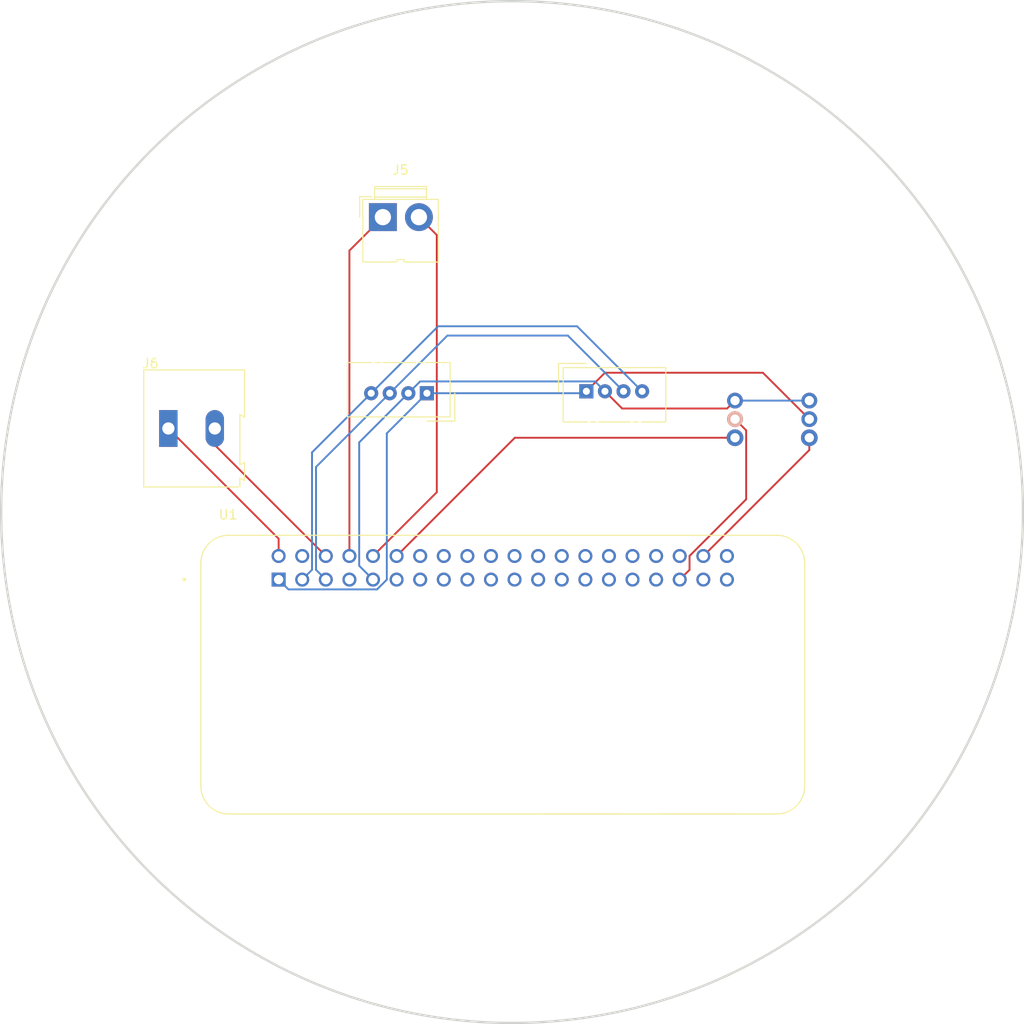
<source format=kicad_pcb>
(kicad_pcb (version 20241229) (generator "pcbnew") (generator_version "9.0")
  (layers (0 "F.Cu" signal) (2 "B.Cu" signal) (13 "F.Paste" user) (15 "B.Paste" user) (5 "F.SilkS" user "F.Silkscreen") (7 "B.SilkS" user "B.Silkscreen") (1 "F.Mask" user) (3 "B.Mask" user) (25 "Edge.Cuts" user))
  (net 0 "")
  (net 1 "Net-(J1-Pin_1)")
  (net 2 "Net-(J1-Pin_3)")
  (net 3 "Net-(J1-Pin_2)")
  (net 4 "Net-(J1-Pin_4)")
  (net 5 "Net-(J5-Pin_2)")
  (net 6 "Net-(J5-Pin_1)")
  (net 7 "Net-(J6-Pin_2)")
  (net 8 "Net-(J6-Pin_1)")
  (net 37 "Net-(J7-Pin_2)")
  (net 38 "Net-(J7-Pin_3)")
  (net 39 "Net-(J7-Pin_6)")
  (footprint "Connector:NS-Tech_Grove_1x04_P2mm_Vertical" (layer "F.Cu") (at 157 89 90)
    (property "Reference" "J1" (hide yes))
    (property "Value" "Conn_01x04_Socket")
    (fp_line (start 3 -3) (end 3 0) (stroke (width 0.12)) (layer "F.SilkS"))
    (fp_line (start 0 -3) (end 3 -3) (stroke (width 0.12)) (layer "F.SilkS"))
    (fp_line (start 2.55 -2.5) (end 2.55 8.55) (stroke (width 0.12)) (layer "F.SilkS"))
    (fp_line (start -3.3 -2.5) (end 2.55 -2.5) (stroke (width 0.12)) (layer "F.SilkS"))
    (fp_line (start -3.3 -2.5) (end -3.3 0.15) (stroke (width 0.12)) (layer "F.SilkS"))
    (fp_line (start -3.3 0.4) (end -3.3 1) (stroke (width 0.12)) (layer "F.SilkS"))
    (fp_line (start -3.3 1.25) (end -3.3 4.75) (stroke (width 0.12)) (layer "F.SilkS"))
    (fp_line (start -3.3 5) (end -3.3 5.6) (stroke (width 0.12)) (layer "F.SilkS"))
    (fp_line (start -3.3 5.9) (end -3.3 8.55) (stroke (width 0.12)) (layer "F.SilkS"))
    (fp_line (start -3.3 8.55) (end 2.55 8.55) (stroke (width 0.12)) (layer "F.SilkS"))
    (pad "1" thru_hole rect (at 0 0 90) (size 1.524 1.524) (drill 0.762) (layers "*.Cu" "*.Mask") (net 1 "Net-(J1-Pin_1)"))
    (pad "2" thru_hole circle (at 0 2 90) (size 1.524 1.524) (drill 0.762) (layers "*.Cu" "*.Mask") (net 3 "Net-(J1-Pin_2)"))
    (pad "3" thru_hole circle (at 0 4 90) (size 1.524 1.524) (drill 0.762) (layers "*.Cu" "*.Mask") (net 2 "Net-(J1-Pin_3)"))
    (pad "4" thru_hole circle (at 0 6 90) (size 1.524 1.524) (drill 0.762) (layers "*.Cu" "*.Mask") (net 4 "Net-(J1-Pin_4)"))
  )
  (footprint "Connector:JWT_A3963_1x02_P3.96mm_Vertical" (layer "F.Cu") (at 135.0925 70.25)
    (property "Reference" "J5" (at 1.91 -5.08 0) (layer "F.SilkS"))
    (property "Value" "Conn_01x02_Socket")
    (fp_line (start -2.5 -2.2) (end -2.5 0) (stroke (width 0.12)) (layer "F.SilkS"))
    (fp_line (start -2.16 -1.91) (end -2.16 0) (stroke (width 0.12)) (layer "F.SilkS"))
    (fp_line (start -2.16 -1.91) (end 5.97 -1.91) (stroke (width 0.12)) (layer "F.SilkS"))
    (fp_line (start -2.16 0) (end -2.16 4.83) (stroke (width 0.12)) (layer "F.SilkS"))
    (fp_line (start -1.2 -2.2) (end -2.5 -2.2) (stroke (width 0.12)) (layer "F.SilkS"))
    (fp_line (start -0.89 -3.3) (end 4.7 -3.3) (stroke (width 0.12)) (layer "F.SilkS"))
    (fp_line (start -0.89 -3.05) (end 4.7 -3.05) (stroke (width 0.12)) (layer "F.SilkS"))
    (fp_line (start -0.89 -2.16) (end 4.7 -2.16) (stroke (width 0.12)) (layer "F.SilkS"))
    (fp_line (start -0.89 -1.91) (end -0.89 -3.3) (stroke (width 0.12)) (layer "F.SilkS"))
    (fp_line (start 1.52 4.57) (end 2.29 4.57) (stroke (width 0.12)) (layer "F.SilkS"))
    (fp_line (start 1.52 4.83) (end -2.16 4.83) (stroke (width 0.12)) (layer "F.SilkS"))
    (fp_line (start 1.52 4.83) (end 1.52 4.57) (stroke (width 0.12)) (layer "F.SilkS"))
    (fp_line (start 2.29 4.57) (end 2.29 4.83) (stroke (width 0.12)) (layer "F.SilkS"))
    (fp_line (start 2.29 4.83) (end 5.97 4.83) (stroke (width 0.12)) (layer "F.SilkS"))
    (fp_line (start 4.7 -1.91) (end 4.7 -3.3) (stroke (width 0.12)) (layer "F.SilkS"))
    (fp_line (start 5.97 -1.91) (end 5.97 0) (stroke (width 0.12)) (layer "F.SilkS"))
    (fp_line (start 5.97 4.83) (end 5.97 0) (stroke (width 0.12)) (layer "F.SilkS"))
    (pad "1" thru_hole rect (at 0 0) (size 3 3) (drill 1.75) (layers "*.Cu" "*.Mask") (net 6 "Net-(J5-Pin_1)"))
    (pad "2" thru_hole circle (at 3.88 0) (size 3 3) (drill 1.75) (layers "*.Cu" "*.Mask") (net 5 "Net-(J5-Pin_2)"))
  )
  (footprint "pins:through hole 3-3" (layer "F.Cu") (at 162 77)
    (property "Reference" "J7" (hide yes))
    (property "Value" "Conn_01x06_Pin" (hide yes))
    (pad "1" thru_hole circle (at 11 13) (size 1.7 1.7) (drill 1) (layers "*.Cu" "*.Mask") (net 3 "Net-(J1-Pin_2)"))
    (pad "2" thru_hole circle (at 11 15) (size 1.7 1.7) (drill 1) (layers "*.Cu" "*.Mask" "B.SilkS") (net 37 "Net-(J7-Pin_2)"))
    (pad "3" thru_hole circle (at 11 17) (size 1.8 1.8) (drill 1) (layers "*.Cu" "*.Mask") (net 38 "Net-(J7-Pin_3)"))
    (pad "4" thru_hole circle (at 19 13) (size 1.7 1.7) (drill 1) (layers "*.Cu" "*.Mask") (net 3 "Net-(J1-Pin_2)"))
    (pad "5" thru_hole circle (at 19 15) (size 1.7 1.7) (drill 1) (layers "*.Cu" "B.Mask" "B.Paste") (net 1 "Net-(J1-Pin_1)"))
    (pad "6" thru_hole circle (at 19 17) (size 1.8 1.8) (drill 1) (layers "*.Cu" "*.Mask") (net 39 "Net-(J7-Pin_6)"))
  )
  (footprint "TerminalBlock:TerminalBlock_Altech_AK300-2_P5.00mm" (layer "F.Cu") (at 112 93)
    (property "Reference" "J6" (at -1.92 -6.99 0) (layer "F.SilkS"))
    (property "Value" "Screw_Terminal_01x02")
    (fp_line (start -2.65 -6.3) (end -2.65 6.3) (stroke (width 0.12)) (layer "F.SilkS"))
    (fp_line (start -2.65 6.3) (end 7.7 6.3) (stroke (width 0.12)) (layer "F.SilkS"))
    (fp_line (start 7.7 -1.5) (end 8.2 -1.2) (stroke (width 0.12)) (layer "F.SilkS"))
    (fp_line (start 7.7 3.9) (end 7.7 -1.5) (stroke (width 0.12)) (layer "F.SilkS"))
    (fp_line (start 7.7 5.35) (end 8.2 5.6) (stroke (width 0.12)) (layer "F.SilkS"))
    (fp_line (start 7.7 6.3) (end 7.7 5.35) (stroke (width 0.12)) (layer "F.SilkS"))
    (fp_line (start 8.2 -6.3) (end -2.65 -6.3) (stroke (width 0.12)) (layer "F.SilkS"))
    (fp_line (start 8.2 -1.2) (end 8.2 -6.3) (stroke (width 0.12)) (layer "F.SilkS"))
    (fp_line (start 8.2 3.65) (end 7.7 3.9) (stroke (width 0.12)) (layer "F.SilkS"))
    (fp_line (start 8.2 3.7) (end 8.2 3.65) (stroke (width 0.12)) (layer "F.SilkS"))
    (fp_line (start 8.2 5.6) (end 8.2 3.7) (stroke (width 0.12)) (layer "F.SilkS"))
    (pad "1" thru_hole rect (at 0 0) (size 1.98 3.96) (drill 1.32) (layers "*.Cu" "*.Mask") (net 8 "Net-(J6-Pin_1)"))
    (pad "2" thru_hole oval (at 5 0) (size 1.98 3.96) (drill 1.32) (layers "*.Cu" "*.Mask") (net 7 "Net-(J6-Pin_2)"))
  )
  (footprint "Connector:NS-Tech_Grove_1x04_P2mm_Vertical" (layer "F.Cu") (at 139.8325 89.2075 -90)
    (property "Reference" "J2" (hide yes))
    (property "Value" "Conn_01x04_Socket")
    (fp_line (start -3.3 8.55) (end 2.55 8.55) (stroke (width 0.12)) (layer "F.SilkS"))
    (fp_line (start -3.3 5.9) (end -3.3 8.55) (stroke (width 0.12)) (layer "F.SilkS"))
    (fp_line (start -3.3 5) (end -3.3 5.6) (stroke (width 0.12)) (layer "F.SilkS"))
    (fp_line (start -3.3 1.25) (end -3.3 4.75) (stroke (width 0.12)) (layer "F.SilkS"))
    (fp_line (start -3.3 0.4) (end -3.3 1) (stroke (width 0.12)) (layer "F.SilkS"))
    (fp_line (start -3.3 -2.5) (end -3.3 0.15) (stroke (width 0.12)) (layer "F.SilkS"))
    (fp_line (start -3.3 -2.5) (end 2.55 -2.5) (stroke (width 0.12)) (layer "F.SilkS"))
    (fp_line (start 2.55 -2.5) (end 2.55 8.55) (stroke (width 0.12)) (layer "F.SilkS"))
    (fp_line (start 0 -3) (end 3 -3) (stroke (width 0.12)) (layer "F.SilkS"))
    (fp_line (start 3 -3) (end 3 0) (stroke (width 0.12)) (layer "F.SilkS"))
    (pad "1" thru_hole rect (at 0 0 270) (size 1.524 1.524) (drill 0.762) (layers "*.Cu" "*.Mask") (net 1 "Net-(J1-Pin_1)"))
    (pad "2" thru_hole circle (at 0 2 270) (size 1.524 1.524) (drill 0.762) (layers "*.Cu" "*.Mask") (net 3 "Net-(J1-Pin_2)"))
    (pad "3" thru_hole circle (at 0 4 270) (size 1.524 1.524) (drill 0.762) (layers "*.Cu" "*.Mask") (net 2 "Net-(J1-Pin_3)"))
    (pad "4" thru_hole circle (at 0 6 270) (size 1.524 1.524) (drill 0.762) (layers "*.Cu" "*.Mask") (net 4 "Net-(J1-Pin_4)"))
  )
  (footprint "RASPBERRY_PI_ZERO_2_W:MODULE_RASPBERRY_PI_ZERO_2_W" (layer "F.Cu") (at 148 119.5)
    (property "Reference" "U1" (at -29.569 -17.2162 0) (layer "F.SilkS") (effects (font (size 1.00189 1.00189))))
    (property "Value" "RASPBERRY_PI_ZERO_2_W")
    (fp_line (start -32.5 -12) (end -32.5 12) (stroke (width 0.127)) (layer "F.SilkS"))
    (fp_line (start -29.5 15) (end 29.5 15) (stroke (width 0.127)) (layer "F.SilkS"))
    (fp_line (start 4.4 15) (end 12.75 15) (stroke (width 0.127)) (layer "F.SilkS"))
    (fp_line (start 17 15) (end 25.35 15) (stroke (width 0.127)) (layer "F.SilkS"))
    (fp_line (start 29.5 -15) (end -29.5 -15) (stroke (width 0.127)) (layer "F.SilkS"))
    (fp_line (start 32.5 12) (end 32.5 -12) (stroke (width 0.127)) (layer "F.SilkS"))
    (fp_arc (start -32.5 -12) (mid -31.62132 -14.12132) (end -29.5 -15) (stroke (width 0.127)) (layer "F.SilkS"))
    (fp_arc (start -29.5 15) (mid -31.62132 14.12132) (end -32.5 12) (stroke (width 0.127)) (layer "F.SilkS"))
    (fp_arc (start 29.5 -15) (mid 31.62132 -14.12132) (end 32.5 -12) (stroke (width 0.127)) (layer "F.SilkS"))
    (fp_arc (start 32.5 12) (mid 31.62132 14.12132) (end 29.5 15) (stroke (width 0.127)) (layer "F.SilkS"))
    (fp_circle (center -34.29 -10.23) (end -34.19 -10.23) (stroke (width 0.2)) (fill no) (layer "F.SilkS"))
    (pad "" np_thru_hole circle (at -29 -11.5) (size 2.75 2.75) (drill 2.75) (layers "*.Cu" "*.Mask"))
    (pad "" np_thru_hole circle (at -29 11.5) (size 2.75 2.75) (drill 2.75) (layers "*.Cu" "*.Mask"))
    (pad "" np_thru_hole circle (at 29 -11.5) (size 2.75 2.75) (drill 2.75) (layers "*.Cu" "*.Mask"))
    (pad "" np_thru_hole circle (at 29 11.5) (size 2.75 2.75) (drill 2.75) (layers "*.Cu" "*.Mask"))
    (pad "1" thru_hole rect (at -24.13 -10.23) (size 1.508 1.508) (drill 1) (layers "*.Cu" "*.Mask") (net 1 "Net-(J1-Pin_1)"))
    (pad "2" thru_hole circle (at -24.13 -12.77) (size 1.508 1.508) (drill 1) (layers "*.Cu" "*.Mask") (net 8 "Net-(J6-Pin_1)"))
    (pad "3" thru_hole circle (at -21.59 -10.23) (size 1.508 1.508) (drill 1) (layers "*.Cu" "*.Mask") (net 4 "Net-(J1-Pin_4)"))
    (pad "4" thru_hole circle (at -21.59 -12.77) (size 1.508 1.508) (drill 1) (layers "*.Cu" "*.Mask"))
    (pad "5" thru_hole circle (at -19.05 -10.23) (size 1.508 1.508) (drill 1) (layers "*.Cu" "*.Mask") (net 2 "Net-(J1-Pin_3)"))
    (pad "6" thru_hole circle (at -19.05 -12.77) (size 1.508 1.508) (drill 1) (layers "*.Cu" "*.Mask") (net 7 "Net-(J6-Pin_2)"))
    (pad "7" thru_hole circle (at -16.51 -10.23) (size 1.508 1.508) (drill 1) (layers "*.Cu" "*.Mask"))
    (pad "8" thru_hole circle (at -16.51 -12.77) (size 1.508 1.508) (drill 1) (layers "*.Cu" "*.Mask") (net 6 "Net-(J5-Pin_1)"))
    (pad "9" thru_hole circle (at -13.97 -10.23) (size 1.508 1.508) (drill 1) (layers "*.Cu" "*.Mask") (net 3 "Net-(J1-Pin_2)"))
    (pad "10" thru_hole circle (at -13.97 -12.77) (size 1.508 1.508) (drill 1) (layers "*.Cu" "*.Mask") (net 5 "Net-(J5-Pin_2)"))
    (pad "11" thru_hole circle (at -11.43 -10.23) (size 1.508 1.508) (drill 1) (layers "*.Cu" "*.Mask"))
    (pad "12" thru_hole circle (at -11.43 -12.77) (size 1.508 1.508) (drill 1) (layers "*.Cu" "*.Mask") (net 38 "Net-(J7-Pin_3)"))
    (pad "13" thru_hole circle (at -8.89 -10.23) (size 1.508 1.508) (drill 1) (layers "*.Cu" "*.Mask"))
    (pad "14" thru_hole circle (at -8.89 -12.77) (size 1.508 1.508) (drill 1) (layers "*.Cu" "*.Mask"))
    (pad "15" thru_hole circle (at -6.35 -10.23) (size 1.508 1.508) (drill 1) (layers "*.Cu" "*.Mask"))
    (pad "16" thru_hole circle (at -6.35 -12.77) (size 1.508 1.508) (drill 1) (layers "*.Cu" "*.Mask"))
    (pad "17" thru_hole circle (at -3.81 -10.23) (size 1.508 1.508) (drill 1) (layers "*.Cu" "*.Mask"))
    (pad "18" thru_hole circle (at -3.81 -12.77) (size 1.508 1.508) (drill 1) (layers "*.Cu" "*.Mask"))
    (pad "19" thru_hole circle (at -1.27 -10.23) (size 1.508 1.508) (drill 1) (layers "*.Cu" "*.Mask"))
    (pad "20" thru_hole circle (at -1.27 -12.77) (size 1.508 1.508) (drill 1) (layers "*.Cu" "*.Mask"))
    (pad "21" thru_hole circle (at 1.27 -10.23) (size 1.508 1.508) (drill 1) (layers "*.Cu" "*.Mask"))
    (pad "22" thru_hole circle (at 1.27 -12.77) (size 1.508 1.508) (drill 1) (layers "*.Cu" "*.Mask"))
    (pad "23" thru_hole circle (at 3.81 -10.23) (size 1.508 1.508) (drill 1) (layers "*.Cu" "*.Mask"))
    (pad "24" thru_hole circle (at 3.81 -12.77) (size 1.508 1.508) (drill 1) (layers "*.Cu" "*.Mask"))
    (pad "25" thru_hole circle (at 6.35 -10.23) (size 1.508 1.508) (drill 1) (layers "*.Cu" "*.Mask"))
    (pad "26" thru_hole circle (at 6.35 -12.77) (size 1.508 1.508) (drill 1) (layers "*.Cu" "*.Mask"))
    (pad "27" thru_hole circle (at 8.89 -10.23) (size 1.508 1.508) (drill 1) (layers "*.Cu" "*.Mask"))
    (pad "28" thru_hole circle (at 8.89 -12.77) (size 1.508 1.508) (drill 1) (layers "*.Cu" "*.Mask"))
    (pad "29" thru_hole circle (at 11.43 -10.23) (size 1.508 1.508) (drill 1) (layers "*.Cu" "*.Mask"))
    (pad "30" thru_hole circle (at 11.43 -12.77) (size 1.508 1.508) (drill 1) (layers "*.Cu" "*.Mask"))
    (pad "31" thru_hole circle (at 13.97 -10.23) (size 1.508 1.508) (drill 1) (layers "*.Cu" "*.Mask"))
    (pad "32" thru_hole circle (at 13.97 -12.77) (size 1.508 1.508) (drill 1) (layers "*.Cu" "*.Mask"))
    (pad "33" thru_hole circle (at 16.51 -10.23) (size 1.508 1.508) (drill 1) (layers "*.Cu" "*.Mask"))
    (pad "34" thru_hole circle (at 16.51 -12.77) (size 1.508 1.508) (drill 1) (layers "*.Cu" "*.Mask"))
    (pad "35" thru_hole circle (at 19.05 -10.23) (size 1.508 1.508) (drill 1) (layers "*.Cu" "*.Mask") (net 37 "Net-(J7-Pin_2)"))
    (pad "36" thru_hole circle (at 19.05 -12.77) (size 1.508 1.508) (drill 1) (layers "*.Cu" "*.Mask"))
    (pad "37" thru_hole circle (at 21.59 -10.23) (size 1.508 1.508) (drill 1) (layers "*.Cu" "*.Mask"))
    (pad "38" thru_hole circle (at 21.59 -12.77) (size 1.508 1.508) (drill 1) (layers "*.Cu" "*.Mask") (net 39 "Net-(J7-Pin_6)"))
    (pad "39" thru_hole circle (at 24.13 -10.23) (size 1.508 1.508) (drill 1) (layers "*.Cu" "*.Mask"))
    (pad "40" thru_hole circle (at 24.13 -12.77) (size 1.508 1.508) (drill 1) (layers "*.Cu" "*.Mask"))
  )
  (gr_circle (center 149 102) (end 204 102) (stroke (width 0.25)) (fill no) (layer "Edge.Cuts"))
  (segment (start 159 87) (end 157 89) (width 0.2) (layer "F.Cu") (net 1))
  (segment (start 181 92) (end 176 87) (width 0.2) (layer "F.Cu") (net 1))
  (segment (start 176 87) (end 159 87) (width 0.2) (layer "F.Cu") (net 1))
  (segment (start 157 89) (end 156.7925 89.2075) (width 0.2) (layer "B.Cu") (net 1))
  (segment (start 139.8325 89.2075) (end 135.515 93.525) (width 0.2) (layer "B.Cu") (net 1))
  (segment (start 135.515 93.525) (end 135.515 109.276996) (width 0.2) (layer "B.Cu") (net 1))
  (segment (start 156.7925 89.2075) (end 139.8325 89.2075) (width 0.2) (layer "B.Cu") (net 1))
  (segment (start 124.925 110.325) (end 123.87 109.27) (width 0.2) (layer "B.Cu") (net 1))
  (segment (start 134.466996 110.325) (end 124.925 110.325) (width 0.2) (layer "B.Cu") (net 1))
  (segment (start 135.515 109.276996) (end 134.466996 110.325) (width 0.2) (layer "B.Cu") (net 1))
  (segment (start 155 83) (end 161 89) (width 0.2) (layer "B.Cu") (net 2))
  (segment (start 135.8325 89.2075) (end 142.04 83) (width 0.2) (layer "B.Cu") (net 2))
  (segment (start 142.04 83) (end 155 83) (width 0.2) (layer "B.Cu") (net 2))
  (segment (start 135.8325 89.2075) (end 127.895 97.145) (width 0.2) (layer "B.Cu") (net 2))
  (segment (start 127.895 97.145) (end 127.895 108.215) (width 0.2) (layer "B.Cu") (net 2))
  (segment (start 127.895 108.215) (end 128.95 109.27) (width 0.2) (layer "B.Cu") (net 2))
  (segment (start 160.85 90.85) (end 159 89) (width 0.2) (layer "F.Cu") (net 3))
  (segment (start 172.15 90.85) (end 160.85 90.85) (width 0.2) (layer "F.Cu") (net 3))
  (segment (start 173 90) (end 172.15 90.85) (width 0.2) (layer "F.Cu") (net 3))
  (segment (start 157.937 87.937) (end 139.103 87.937) (width 0.2) (layer "B.Cu") (net 3))
  (segment (start 137.8325 89.2075) (end 132.545 94.495) (width 0.2) (layer "B.Cu") (net 3))
  (segment (start 132.545 107.785) (end 134.03 109.27) (width 0.2) (layer "B.Cu") (net 3))
  (segment (start 139.103 87.937) (end 137.8325 89.2075) (width 0.2) (layer "B.Cu") (net 3))
  (segment (start 173 90) (end 181 90) (width 0.2) (layer "B.Cu") (net 3))
  (segment (start 132.545 94.495) (end 132.545 107.785) (width 0.2) (layer "B.Cu") (net 3))
  (segment (start 159 89) (end 157.937 87.937) (width 0.2) (layer "B.Cu") (net 3))
  (segment (start 127.465 95.575) (end 127.465 108.215) (width 0.2) (layer "B.Cu") (net 4))
  (segment (start 133.8325 89.2075) (end 141.04 82) (width 0.2) (layer "B.Cu") (net 4))
  (segment (start 133.8325 89.2075) (end 127.465 95.575) (width 0.2) (layer "B.Cu") (net 4))
  (segment (start 156 82) (end 163 89) (width 0.2) (layer "B.Cu") (net 4))
  (segment (start 141.04 82) (end 156 82) (width 0.2) (layer "B.Cu") (net 4))
  (segment (start 127.465 108.215) (end 126.41 109.27) (width 0.2) (layer "B.Cu") (net 4))
  (segment (start 138.9725 70.25) (end 140.8955 72.173) (width 0.2) (layer "F.Cu") (net 5))
  (segment (start 140.8955 72.173) (end 140.8955 99.8645) (width 0.2) (layer "F.Cu") (net 5))
  (segment (start 140.8955 99.8645) (end 134.03 106.73) (width 0.2) (layer "F.Cu") (net 5))
  (segment (start 135.0925 70.25) (end 131.49 73.8525) (width 0.2) (layer "F.Cu") (net 6))
  (segment (start 131.49 73.8525) (end 131.49 106.73) (width 0.2) (layer "F.Cu") (net 6))
  (segment (start 117 94.78) (end 117 93) (width 0.2) (layer "F.Cu") (net 7))
  (segment (start 128.95 106.73) (end 117 94.78) (width 0.2) (layer "F.Cu") (net 7))
  (segment (start 123.87 104.87) (end 112 93) (width 0.2) (layer "F.Cu") (net 8))
  (segment (start 123.87 106.73) (end 123.87 104.87) (width 0.2) (layer "F.Cu") (net 8))
  (segment (start 174.201 93.201) (end 174.201 100.627004) (width 0.2) (layer "F.Cu") (net 37))
  (segment (start 173 92) (end 174.201 93.201) (width 0.2) (layer "F.Cu") (net 37))
  (segment (start 174.201 100.627004) (end 168.105 106.723004) (width 0.2) (layer "F.Cu") (net 37))
  (segment (start 168.105 108.215) (end 167.05 109.27) (width 0.2) (layer "F.Cu") (net 37))
  (segment (start 168.105 106.723004) (end 168.105 108.215) (width 0.2) (layer "F.Cu") (net 37))
  (segment (start 149.3 94) (end 136.57 106.73) (width 0.2) (layer "F.Cu") (net 38))
  (segment (start 173 94) (end 149.3 94) (width 0.2) (layer "F.Cu") (net 38))
  (segment (start 181 95.32) (end 169.59 106.73) (width 0.2) (layer "F.Cu") (net 39))
  (segment (start 181 94) (end 181 95.32) (width 0.2) (layer "F.Cu") (net 39))
)
</source>
